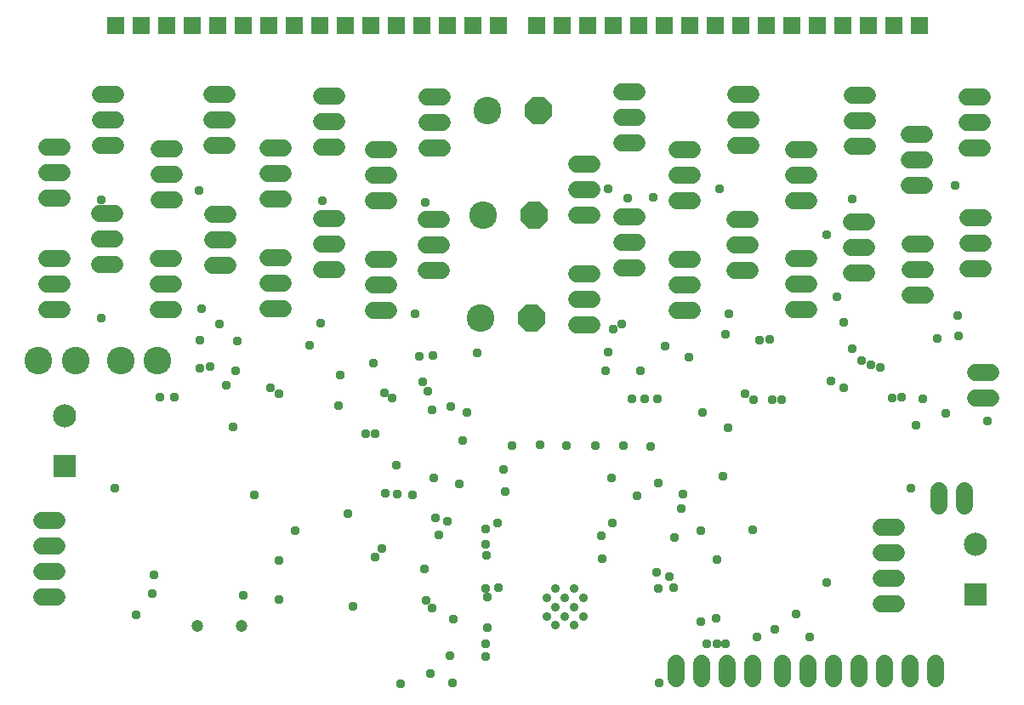
<source format=gbr>
G04 EAGLE Gerber RS-274X export*
G75*
%MOMM*%
%FSLAX34Y34*%
%LPD*%
%INSoldermask Bottom*%
%IPPOS*%
%AMOC8*
5,1,8,0,0,1.08239X$1,22.5*%
G01*
%ADD10R,1.778200X1.778200*%
%ADD11C,1.727200*%
%ADD12C,0.911200*%
%ADD13C,1.203200*%
%ADD14R,2.303200X2.303200*%
%ADD15C,2.303200*%
%ADD16C,2.743200*%
%ADD17P,2.969212X8X22.500000*%
%ADD18C,2.753200*%
%ADD19C,0.959600*%


D10*
X101600Y670200D03*
X127000Y670200D03*
X152400Y670200D03*
X177800Y670200D03*
X203200Y670200D03*
X228600Y670200D03*
X254000Y670200D03*
X279400Y670200D03*
X304800Y670200D03*
X330200Y670200D03*
X355600Y670200D03*
X381000Y670200D03*
X406400Y670200D03*
X431800Y670200D03*
X457200Y670200D03*
X482600Y670200D03*
X520700Y670300D03*
X546100Y670300D03*
X571500Y670300D03*
X596900Y670300D03*
X622300Y670300D03*
X647700Y670300D03*
X673100Y670300D03*
X698500Y670300D03*
X723900Y670300D03*
X749300Y670300D03*
X774700Y670300D03*
X800100Y670300D03*
X825500Y670300D03*
X850900Y670300D03*
X876300Y670300D03*
X901700Y670300D03*
D11*
X101720Y551100D02*
X86480Y551100D01*
X86480Y576500D02*
X101720Y576500D01*
X101720Y601900D02*
X86480Y601900D01*
X85380Y432100D02*
X100620Y432100D01*
X100620Y457500D02*
X85380Y457500D01*
X85380Y482900D02*
X100620Y482900D01*
X197480Y551100D02*
X212720Y551100D01*
X212720Y576500D02*
X197480Y576500D01*
X197480Y601900D02*
X212720Y601900D01*
X213620Y431100D02*
X198380Y431100D01*
X198380Y456500D02*
X213620Y456500D01*
X213620Y481900D02*
X198380Y481900D01*
X306480Y549400D02*
X321720Y549400D01*
X321720Y574800D02*
X306480Y574800D01*
X306480Y600200D02*
X321720Y600200D01*
X321620Y427400D02*
X306380Y427400D01*
X306380Y452800D02*
X321620Y452800D01*
X321620Y478200D02*
X306380Y478200D01*
X411480Y548400D02*
X426720Y548400D01*
X426720Y573800D02*
X411480Y573800D01*
X411480Y599200D02*
X426720Y599200D01*
X425620Y426400D02*
X410380Y426400D01*
X410380Y451800D02*
X425620Y451800D01*
X425620Y477200D02*
X410380Y477200D01*
X605480Y553700D02*
X620720Y553700D01*
X620720Y579100D02*
X605480Y579100D01*
X605480Y604500D02*
X620720Y604500D01*
X620620Y428700D02*
X605380Y428700D01*
X605380Y454100D02*
X620620Y454100D01*
X620620Y479500D02*
X605380Y479500D01*
X718480Y550700D02*
X733720Y550700D01*
X733720Y576100D02*
X718480Y576100D01*
X718480Y601500D02*
X733720Y601500D01*
X733620Y426700D02*
X718380Y426700D01*
X718380Y452100D02*
X733620Y452100D01*
X733620Y477500D02*
X718380Y477500D01*
X834480Y549700D02*
X849720Y549700D01*
X849720Y575100D02*
X834480Y575100D01*
X834480Y600500D02*
X849720Y600500D01*
X849620Y423700D02*
X834380Y423700D01*
X834380Y449100D02*
X849620Y449100D01*
X849620Y474500D02*
X834380Y474500D01*
X949480Y548700D02*
X964720Y548700D01*
X964720Y574100D02*
X949480Y574100D01*
X949480Y599500D02*
X964720Y599500D01*
X965620Y427700D02*
X950380Y427700D01*
X950380Y453100D02*
X965620Y453100D01*
X965620Y478500D02*
X950380Y478500D01*
D12*
X557975Y72950D03*
X539625Y72950D03*
X567150Y82125D03*
X548800Y82125D03*
X530450Y82125D03*
X557975Y91300D03*
X539625Y91300D03*
X567150Y100475D03*
X548800Y100475D03*
X530450Y100475D03*
X557975Y109650D03*
X539625Y109650D03*
D13*
X182800Y72100D03*
X226800Y72100D03*
D14*
X50500Y231500D03*
D15*
X50500Y281500D03*
D11*
X42820Y126800D02*
X27580Y126800D01*
X27580Y152200D02*
X42820Y152200D01*
X42820Y177600D02*
X27580Y177600D01*
X27580Y101400D02*
X42820Y101400D01*
X863880Y119700D02*
X879120Y119700D01*
X879120Y145100D02*
X863880Y145100D01*
X863880Y170500D02*
X879120Y170500D01*
X879120Y94300D02*
X863880Y94300D01*
X48020Y498600D02*
X32780Y498600D01*
X32780Y524000D02*
X48020Y524000D01*
X48020Y549400D02*
X32780Y549400D01*
X32780Y387600D02*
X48020Y387600D01*
X48020Y413000D02*
X32780Y413000D01*
X32780Y438400D02*
X48020Y438400D01*
X144780Y496600D02*
X160020Y496600D01*
X160020Y522000D02*
X144780Y522000D01*
X144780Y547400D02*
X160020Y547400D01*
X159020Y387600D02*
X143780Y387600D01*
X143780Y413000D02*
X159020Y413000D01*
X159020Y438400D02*
X143780Y438400D01*
X252780Y497600D02*
X268020Y497600D01*
X268020Y523000D02*
X252780Y523000D01*
X252780Y548400D02*
X268020Y548400D01*
X268020Y388600D02*
X252780Y388600D01*
X252780Y414000D02*
X268020Y414000D01*
X268020Y439400D02*
X252780Y439400D01*
X357780Y495600D02*
X373020Y495600D01*
X373020Y521000D02*
X357780Y521000D01*
X357780Y546400D02*
X373020Y546400D01*
X373020Y386600D02*
X357780Y386600D01*
X357780Y412000D02*
X373020Y412000D01*
X373020Y437400D02*
X357780Y437400D01*
X560780Y481600D02*
X576020Y481600D01*
X576020Y507000D02*
X560780Y507000D01*
X560780Y532400D02*
X576020Y532400D01*
X576020Y372600D02*
X560780Y372600D01*
X560780Y398000D02*
X576020Y398000D01*
X576020Y423400D02*
X560780Y423400D01*
X660780Y495900D02*
X676020Y495900D01*
X676020Y521300D02*
X660780Y521300D01*
X660780Y546700D02*
X676020Y546700D01*
X676020Y386900D02*
X660780Y386900D01*
X660780Y412300D02*
X676020Y412300D01*
X676020Y437700D02*
X660780Y437700D01*
X776780Y495900D02*
X792020Y495900D01*
X792020Y521300D02*
X776780Y521300D01*
X776780Y546700D02*
X792020Y546700D01*
X792020Y387900D02*
X776780Y387900D01*
X776780Y413300D02*
X792020Y413300D01*
X792020Y438700D02*
X776780Y438700D01*
X891880Y511500D02*
X907120Y511500D01*
X907120Y536900D02*
X891880Y536900D01*
X891880Y562300D02*
X907120Y562300D01*
X907620Y402100D02*
X892380Y402100D01*
X892380Y427500D02*
X907620Y427500D01*
X907620Y452900D02*
X892380Y452900D01*
D16*
X471900Y585700D03*
D17*
X522700Y585700D03*
D16*
X467000Y481700D03*
D17*
X517800Y481700D03*
D16*
X465000Y378700D03*
D17*
X515800Y378700D03*
D11*
X736100Y35620D02*
X736100Y20380D01*
X710700Y20380D02*
X710700Y35620D01*
X685300Y35620D02*
X685300Y20380D01*
X659900Y20380D02*
X659900Y35620D01*
X765800Y35620D02*
X765800Y20380D01*
X791200Y20380D02*
X791200Y35620D01*
X816600Y35620D02*
X816600Y20380D01*
X842000Y20380D02*
X842000Y35620D01*
X867400Y35620D02*
X867400Y20380D01*
X892800Y20380D02*
X892800Y35620D01*
X918200Y35620D02*
X918200Y20380D01*
D18*
X61500Y337000D03*
X106500Y337000D03*
X24500Y337000D03*
X143500Y337000D03*
D14*
X957900Y103900D03*
D15*
X957900Y153900D03*
D11*
X957580Y325200D02*
X972820Y325200D01*
X972820Y299800D02*
X957580Y299800D01*
X921100Y206720D02*
X921100Y191480D01*
X946500Y191480D02*
X946500Y206720D01*
D19*
X637000Y499300D03*
X809000Y462300D03*
X229000Y103000D03*
X240000Y203000D03*
X437000Y16000D03*
X643000Y16000D03*
X338000Y92050D03*
X101000Y210000D03*
X595000Y220000D03*
X596000Y175000D03*
X411056Y97884D03*
X642000Y109900D03*
X306000Y374000D03*
X605000Y373300D03*
X709000Y363300D03*
X834818Y497300D03*
X937000Y511300D03*
X940000Y381300D03*
X703000Y507300D03*
X399300Y383100D03*
X410000Y494000D03*
X307000Y496000D03*
X187000Y388000D03*
X185000Y506000D03*
X87000Y379000D03*
X87562Y496438D03*
X592000Y507300D03*
X712457Y383494D03*
X444000Y214000D03*
X665000Y189000D03*
X778900Y84300D03*
X683800Y167400D03*
X585000Y162000D03*
X586000Y139000D03*
X657800Y160900D03*
X140000Y123000D03*
X736000Y168600D03*
X809206Y115600D03*
X826068Y374728D03*
X385400Y15300D03*
X366400Y149900D03*
X409200Y129500D03*
X423000Y163000D03*
X218100Y270500D03*
X706500Y221500D03*
X325500Y322200D03*
X122100Y83200D03*
X294500Y351700D03*
X323800Y292200D03*
X969800Y276700D03*
X927900Y284000D03*
X640700Y298600D03*
X447200Y256900D03*
X160300Y300200D03*
X145650Y300250D03*
X222400Y356200D03*
X205100Y373294D03*
X195714Y330500D03*
X255900Y309200D03*
X264000Y303400D03*
X412200Y306600D03*
X615600Y298462D03*
X417700Y341500D03*
X736736Y298000D03*
X611000Y498300D03*
X648600Y351100D03*
X597074Y368374D03*
X728100Y303500D03*
X742200Y356800D03*
X764400Y298100D03*
X820000Y400434D03*
X813400Y316600D03*
X898600Y272700D03*
X834574Y348426D03*
X826100Y309700D03*
X940800Y361000D03*
X919700Y358600D03*
X752800Y357800D03*
X754912Y297600D03*
X435600Y290800D03*
X450957Y285262D03*
X416884Y90000D03*
X434000Y43000D03*
X438000Y79000D03*
X350912Y263722D03*
X382000Y204000D03*
X642000Y215000D03*
X657088Y110925D03*
X700000Y54842D03*
X684002Y76994D03*
X369012Y304600D03*
X621000Y202000D03*
X376800Y299700D03*
X397072Y203072D03*
X652594Y122000D03*
X699058Y79954D03*
X414600Y24900D03*
X470200Y41800D03*
X709088Y54642D03*
X360000Y263844D03*
X488000Y228000D03*
X470000Y169000D03*
X417912Y219740D03*
X407400Y315100D03*
X380797Y232854D03*
X496000Y252000D03*
X524000Y253000D03*
X550118Y252000D03*
X579000Y252000D03*
X607000Y252000D03*
X634000Y251000D03*
X369624Y204624D03*
X758000Y69000D03*
X358300Y334100D03*
X690007Y54642D03*
X591750Y345350D03*
X185800Y356900D03*
X671900Y339900D03*
X483000Y111000D03*
X333000Y184000D03*
X470000Y55000D03*
X264000Y138000D03*
X472000Y71000D03*
X280000Y167000D03*
X432000Y177000D03*
X360000Y141000D03*
X666000Y204000D03*
X489210Y206706D03*
X138000Y105000D03*
X264106Y99000D03*
X419864Y179855D03*
X482000Y175000D03*
X792173Y61146D03*
X472000Y100912D03*
X739870Y61662D03*
X470000Y154000D03*
X471000Y143000D03*
X470000Y110000D03*
X711100Y269700D03*
X685600Y285402D03*
X404000Y341082D03*
X699798Y138256D03*
X639800Y125500D03*
X893500Y209500D03*
X627900Y298600D03*
X589100Y326100D03*
X624400Y326700D03*
X461200Y344600D03*
X416700Y287800D03*
X220900Y326300D03*
X211500Y312500D03*
X185800Y328700D03*
X874505Y299700D03*
X843900Y336900D03*
X853712Y332816D03*
X883593Y300393D03*
X862800Y329768D03*
X905300Y298300D03*
M02*

</source>
